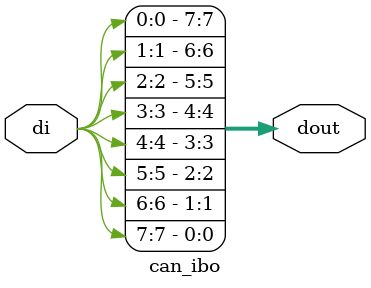
<source format=v>


module can_ibo
( 
  di,
  dout
);

input   [7:0] di;
output  [7:0] dout;//previous do change to dout because sv in vcs don't permit

assign dout[0] = di[7];
assign dout[1] = di[6];
assign dout[2] = di[5];
assign dout[3] = di[4];
assign dout[4] = di[3];
assign dout[5] = di[2];
assign dout[6] = di[1];
assign dout[7] = di[0];

endmodule

</source>
